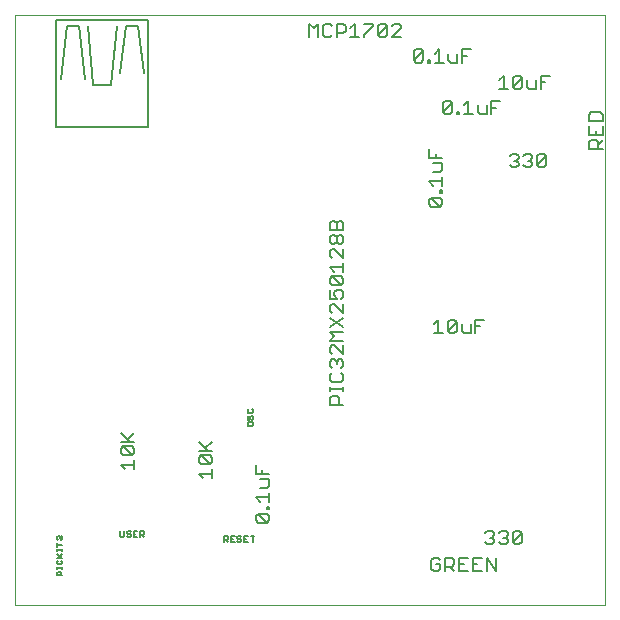
<source format=gbo>
G75*
%MOIN*%
%OFA0B0*%
%FSLAX25Y25*%
%IPPOS*%
%LPD*%
%AMOC8*
5,1,8,0,0,1.08239X$1,22.5*
%
%ADD10C,0.00000*%
%ADD11C,0.00500*%
D10*
X0005060Y0002431D02*
X0005060Y0199281D01*
X0201910Y0199281D01*
X0201910Y0002431D01*
X0005060Y0002431D01*
D11*
X0019041Y0012386D02*
X0019041Y0013337D01*
X0019358Y0013654D01*
X0019991Y0013654D01*
X0020308Y0013337D01*
X0020308Y0012386D01*
X0020942Y0012386D02*
X0019041Y0012386D01*
X0019041Y0014596D02*
X0019041Y0015230D01*
X0019041Y0014913D02*
X0020942Y0014913D01*
X0020942Y0014596D02*
X0020942Y0015230D01*
X0020625Y0016069D02*
X0020942Y0016386D01*
X0020942Y0017020D01*
X0020625Y0017337D01*
X0020308Y0018279D02*
X0019041Y0019547D01*
X0019041Y0020489D02*
X0019041Y0021123D01*
X0019041Y0020806D02*
X0020942Y0020806D01*
X0020942Y0020489D02*
X0020942Y0021123D01*
X0020942Y0022596D02*
X0019041Y0022596D01*
X0019041Y0021962D02*
X0019041Y0023230D01*
X0019358Y0024172D02*
X0019041Y0024489D01*
X0019041Y0025123D01*
X0019358Y0025440D01*
X0019675Y0025440D01*
X0019991Y0025123D01*
X0020308Y0025440D01*
X0020625Y0025440D01*
X0020942Y0025123D01*
X0020942Y0024489D01*
X0020625Y0024172D01*
X0019991Y0024806D02*
X0019991Y0025123D01*
X0020942Y0019547D02*
X0019991Y0018596D01*
X0019041Y0018279D02*
X0020942Y0018279D01*
X0019358Y0017337D02*
X0019041Y0017020D01*
X0019041Y0016386D01*
X0019358Y0016069D01*
X0020625Y0016069D01*
X0040231Y0025510D02*
X0040548Y0025193D01*
X0041182Y0025193D01*
X0041499Y0025510D01*
X0041499Y0027095D01*
X0042441Y0026778D02*
X0042441Y0026461D01*
X0042758Y0026144D01*
X0043392Y0026144D01*
X0043709Y0025827D01*
X0043709Y0025510D01*
X0043392Y0025193D01*
X0042758Y0025193D01*
X0042441Y0025510D01*
X0042441Y0026778D02*
X0042758Y0027095D01*
X0043392Y0027095D01*
X0043709Y0026778D01*
X0044651Y0027095D02*
X0044651Y0025193D01*
X0045919Y0025193D01*
X0046861Y0025193D02*
X0046861Y0027095D01*
X0047812Y0027095D01*
X0048129Y0026778D01*
X0048129Y0026144D01*
X0047812Y0025827D01*
X0046861Y0025827D01*
X0047495Y0025827D02*
X0048129Y0025193D01*
X0045919Y0027095D02*
X0044651Y0027095D01*
X0044651Y0026144D02*
X0045285Y0026144D01*
X0040231Y0025510D02*
X0040231Y0027095D01*
X0041906Y0047797D02*
X0040405Y0049298D01*
X0044908Y0049298D01*
X0044908Y0047797D02*
X0044908Y0050799D01*
X0044158Y0052401D02*
X0044908Y0053151D01*
X0044908Y0054653D01*
X0044158Y0055403D01*
X0041155Y0055403D01*
X0044158Y0052401D01*
X0041155Y0052401D01*
X0040405Y0053151D01*
X0040405Y0054653D01*
X0041155Y0055403D01*
X0040405Y0057005D02*
X0044908Y0057005D01*
X0043407Y0057005D02*
X0040405Y0060007D01*
X0042656Y0057755D02*
X0044908Y0060007D01*
X0066383Y0056970D02*
X0069385Y0053968D01*
X0068634Y0054718D02*
X0070886Y0056970D01*
X0070886Y0053968D02*
X0066383Y0053968D01*
X0067133Y0052366D02*
X0070136Y0049364D01*
X0070886Y0050114D01*
X0070886Y0051616D01*
X0070136Y0052366D01*
X0067133Y0052366D01*
X0066383Y0051616D01*
X0066383Y0050114D01*
X0067133Y0049364D01*
X0070136Y0049364D01*
X0070886Y0047762D02*
X0070886Y0044760D01*
X0070886Y0046261D02*
X0066383Y0046261D01*
X0067884Y0044760D01*
X0085364Y0046048D02*
X0085364Y0049051D01*
X0087616Y0047549D02*
X0087616Y0046048D01*
X0086865Y0044447D02*
X0089867Y0044447D01*
X0089867Y0042195D01*
X0089117Y0041444D01*
X0086865Y0041444D01*
X0089867Y0039843D02*
X0089867Y0036840D01*
X0089867Y0038341D02*
X0085364Y0038341D01*
X0086865Y0036840D01*
X0089117Y0035289D02*
X0089867Y0035289D01*
X0089867Y0034538D01*
X0089117Y0034538D01*
X0089117Y0035289D01*
X0089117Y0032937D02*
X0086114Y0032937D01*
X0089117Y0029934D01*
X0089867Y0030685D01*
X0089867Y0032186D01*
X0089117Y0032937D01*
X0086114Y0032937D02*
X0085364Y0032186D01*
X0085364Y0030685D01*
X0086114Y0029934D01*
X0089117Y0029934D01*
X0084945Y0025402D02*
X0083677Y0025402D01*
X0084311Y0025402D02*
X0084311Y0023500D01*
X0082735Y0023500D02*
X0081467Y0023500D01*
X0081467Y0025402D01*
X0082735Y0025402D01*
X0082101Y0024451D02*
X0081467Y0024451D01*
X0080525Y0024134D02*
X0080208Y0024451D01*
X0079574Y0024451D01*
X0079257Y0024768D01*
X0079257Y0025085D01*
X0079574Y0025402D01*
X0080208Y0025402D01*
X0080525Y0025085D01*
X0080525Y0024134D02*
X0080525Y0023817D01*
X0080208Y0023500D01*
X0079574Y0023500D01*
X0079257Y0023817D01*
X0078315Y0023500D02*
X0077047Y0023500D01*
X0077047Y0025402D01*
X0078315Y0025402D01*
X0077681Y0024451D02*
X0077047Y0024451D01*
X0076105Y0024451D02*
X0075788Y0024134D01*
X0074838Y0024134D01*
X0075471Y0024134D02*
X0076105Y0023500D01*
X0076105Y0024451D02*
X0076105Y0025085D01*
X0075788Y0025402D01*
X0074838Y0025402D01*
X0074838Y0023500D01*
X0085364Y0046048D02*
X0089867Y0046048D01*
X0084225Y0062130D02*
X0082958Y0062130D01*
X0082641Y0062447D01*
X0082641Y0063081D01*
X0082958Y0063398D01*
X0084225Y0063398D01*
X0084542Y0063081D01*
X0084542Y0062447D01*
X0084225Y0062130D01*
X0084225Y0064340D02*
X0084542Y0064657D01*
X0084542Y0065291D01*
X0084225Y0065608D01*
X0083908Y0065608D01*
X0083591Y0065291D01*
X0083591Y0064657D01*
X0083275Y0064340D01*
X0082958Y0064340D01*
X0082641Y0064657D01*
X0082641Y0065291D01*
X0082958Y0065608D01*
X0082958Y0066550D02*
X0084225Y0066550D01*
X0084542Y0066867D01*
X0084542Y0067500D01*
X0084225Y0067817D01*
X0082958Y0067817D02*
X0082641Y0067500D01*
X0082641Y0066867D01*
X0082958Y0066550D01*
X0110090Y0069127D02*
X0110090Y0071379D01*
X0110840Y0072129D01*
X0112342Y0072129D01*
X0113092Y0071379D01*
X0113092Y0069127D01*
X0114593Y0069127D02*
X0110090Y0069127D01*
X0110090Y0073731D02*
X0110090Y0075232D01*
X0110090Y0074481D02*
X0114593Y0074481D01*
X0114593Y0073731D02*
X0114593Y0075232D01*
X0113843Y0076800D02*
X0114593Y0077551D01*
X0114593Y0079052D01*
X0113843Y0079803D01*
X0113843Y0081404D02*
X0114593Y0082155D01*
X0114593Y0083656D01*
X0113843Y0084406D01*
X0113092Y0084406D01*
X0112342Y0083656D01*
X0112342Y0082905D01*
X0112342Y0083656D02*
X0111591Y0084406D01*
X0110840Y0084406D01*
X0110090Y0083656D01*
X0110090Y0082155D01*
X0110840Y0081404D01*
X0110840Y0079803D02*
X0110090Y0079052D01*
X0110090Y0077551D01*
X0110840Y0076800D01*
X0113843Y0076800D01*
X0114593Y0086008D02*
X0111591Y0089010D01*
X0110840Y0089010D01*
X0110090Y0088260D01*
X0110090Y0086759D01*
X0110840Y0086008D01*
X0114593Y0086008D02*
X0114593Y0089010D01*
X0114593Y0090612D02*
X0110090Y0090612D01*
X0111591Y0092113D01*
X0110090Y0093614D01*
X0114593Y0093614D01*
X0114593Y0095216D02*
X0110090Y0098218D01*
X0110840Y0099820D02*
X0110090Y0100570D01*
X0110090Y0102072D01*
X0110840Y0102822D01*
X0111591Y0102822D01*
X0114593Y0099820D01*
X0114593Y0102822D01*
X0113843Y0104424D02*
X0114593Y0105174D01*
X0114593Y0106675D01*
X0113843Y0107426D01*
X0112342Y0107426D01*
X0111591Y0106675D01*
X0111591Y0105925D01*
X0112342Y0104424D01*
X0110090Y0104424D01*
X0110090Y0107426D01*
X0110840Y0109027D02*
X0110090Y0109778D01*
X0110090Y0111279D01*
X0110840Y0112030D01*
X0113843Y0109027D01*
X0114593Y0109778D01*
X0114593Y0111279D01*
X0113843Y0112030D01*
X0110840Y0112030D01*
X0111591Y0113631D02*
X0110090Y0115133D01*
X0114593Y0115133D01*
X0114593Y0116634D02*
X0114593Y0113631D01*
X0114593Y0118235D02*
X0111591Y0121238D01*
X0110840Y0121238D01*
X0110090Y0120487D01*
X0110090Y0118986D01*
X0110840Y0118235D01*
X0114593Y0118235D02*
X0114593Y0121238D01*
X0113843Y0122839D02*
X0114593Y0123590D01*
X0114593Y0125091D01*
X0113843Y0125842D01*
X0113092Y0125842D01*
X0112342Y0125091D01*
X0112342Y0123590D01*
X0111591Y0122839D01*
X0110840Y0122839D01*
X0110090Y0123590D01*
X0110090Y0125091D01*
X0110840Y0125842D01*
X0111591Y0125842D01*
X0112342Y0125091D01*
X0112342Y0123590D02*
X0113092Y0122839D01*
X0113843Y0122839D01*
X0114593Y0127443D02*
X0110090Y0127443D01*
X0110090Y0129695D01*
X0110840Y0130446D01*
X0111591Y0130446D01*
X0112342Y0129695D01*
X0112342Y0127443D01*
X0114593Y0127443D02*
X0114593Y0129695D01*
X0113843Y0130446D01*
X0113092Y0130446D01*
X0112342Y0129695D01*
X0113843Y0109027D02*
X0110840Y0109027D01*
X0114593Y0098218D02*
X0110090Y0095216D01*
X0144767Y0096114D02*
X0146269Y0097615D01*
X0146269Y0093111D01*
X0147770Y0093111D02*
X0144767Y0093111D01*
X0149371Y0093862D02*
X0152374Y0096864D01*
X0152374Y0093862D01*
X0151623Y0093111D01*
X0150122Y0093111D01*
X0149371Y0093862D01*
X0149371Y0096864D01*
X0150122Y0097615D01*
X0151623Y0097615D01*
X0152374Y0096864D01*
X0153975Y0096114D02*
X0153975Y0093862D01*
X0154726Y0093111D01*
X0156978Y0093111D01*
X0156978Y0096114D01*
X0158579Y0095363D02*
X0160081Y0095363D01*
X0158579Y0097615D02*
X0161582Y0097615D01*
X0158579Y0097615D02*
X0158579Y0093111D01*
X0146839Y0135333D02*
X0143836Y0135333D01*
X0143086Y0136084D01*
X0143086Y0137585D01*
X0143836Y0138336D01*
X0146839Y0135333D01*
X0147590Y0136084D01*
X0147590Y0137585D01*
X0146839Y0138336D01*
X0143836Y0138336D01*
X0146839Y0139937D02*
X0146839Y0140688D01*
X0147590Y0140688D01*
X0147590Y0139937D01*
X0146839Y0139937D01*
X0147590Y0142239D02*
X0147590Y0145242D01*
X0147590Y0143741D02*
X0143086Y0143741D01*
X0144587Y0142239D01*
X0144587Y0146843D02*
X0146839Y0146843D01*
X0147590Y0147594D01*
X0147590Y0149846D01*
X0144587Y0149846D01*
X0145338Y0151447D02*
X0145338Y0152948D01*
X0147590Y0151447D02*
X0143086Y0151447D01*
X0143086Y0154450D01*
X0148596Y0166051D02*
X0147845Y0166802D01*
X0150848Y0169804D01*
X0150848Y0166802D01*
X0150097Y0166051D01*
X0148596Y0166051D01*
X0147845Y0166802D02*
X0147845Y0169804D01*
X0148596Y0170555D01*
X0150097Y0170555D01*
X0150848Y0169804D01*
X0152449Y0166802D02*
X0153200Y0166802D01*
X0153200Y0166051D01*
X0152449Y0166051D01*
X0152449Y0166802D01*
X0154751Y0166051D02*
X0157754Y0166051D01*
X0156253Y0166051D02*
X0156253Y0170555D01*
X0154751Y0169054D01*
X0159355Y0169054D02*
X0159355Y0166802D01*
X0160106Y0166051D01*
X0162358Y0166051D01*
X0162358Y0169054D01*
X0163959Y0168303D02*
X0165460Y0168303D01*
X0163959Y0166051D02*
X0163959Y0170555D01*
X0166962Y0170555D01*
X0166523Y0174488D02*
X0169525Y0174488D01*
X0168024Y0174488D02*
X0168024Y0178992D01*
X0166523Y0177491D01*
X0171127Y0178241D02*
X0171127Y0175239D01*
X0174129Y0178241D01*
X0174129Y0175239D01*
X0173378Y0174488D01*
X0171877Y0174488D01*
X0171127Y0175239D01*
X0171127Y0178241D02*
X0171877Y0178992D01*
X0173378Y0178992D01*
X0174129Y0178241D01*
X0175730Y0177491D02*
X0175730Y0175239D01*
X0176481Y0174488D01*
X0178733Y0174488D01*
X0178733Y0177491D01*
X0180334Y0176740D02*
X0181836Y0176740D01*
X0180334Y0178992D02*
X0183337Y0178992D01*
X0180334Y0178992D02*
X0180334Y0174488D01*
X0196467Y0165933D02*
X0196467Y0163681D01*
X0200971Y0163681D01*
X0200971Y0165933D01*
X0200220Y0166684D01*
X0197217Y0166684D01*
X0196467Y0165933D01*
X0196467Y0162080D02*
X0196467Y0159077D01*
X0200971Y0159077D01*
X0200971Y0162080D01*
X0198719Y0160578D02*
X0198719Y0159077D01*
X0198719Y0157476D02*
X0197217Y0157476D01*
X0196467Y0156725D01*
X0196467Y0154473D01*
X0200971Y0154473D01*
X0199469Y0154473D02*
X0199469Y0156725D01*
X0198719Y0157476D01*
X0199469Y0155975D02*
X0200971Y0157476D01*
X0182203Y0152123D02*
X0182203Y0149121D01*
X0181452Y0148370D01*
X0179951Y0148370D01*
X0179201Y0149121D01*
X0182203Y0152123D01*
X0181452Y0152874D01*
X0179951Y0152874D01*
X0179201Y0152123D01*
X0179201Y0149121D01*
X0177599Y0149121D02*
X0176849Y0148370D01*
X0175347Y0148370D01*
X0174597Y0149121D01*
X0172995Y0149121D02*
X0172995Y0149871D01*
X0172245Y0150622D01*
X0171494Y0150622D01*
X0172245Y0150622D02*
X0172995Y0151373D01*
X0172995Y0152123D01*
X0172245Y0152874D01*
X0170743Y0152874D01*
X0169993Y0152123D01*
X0169993Y0149121D02*
X0170743Y0148370D01*
X0172245Y0148370D01*
X0172995Y0149121D01*
X0174597Y0152123D02*
X0175347Y0152874D01*
X0176849Y0152874D01*
X0177599Y0152123D01*
X0177599Y0151373D01*
X0176849Y0150622D01*
X0177599Y0149871D01*
X0177599Y0149121D01*
X0176849Y0150622D02*
X0176098Y0150622D01*
X0154195Y0183295D02*
X0154195Y0187799D01*
X0157198Y0187799D01*
X0155697Y0185547D02*
X0154195Y0185547D01*
X0152594Y0186298D02*
X0152594Y0183295D01*
X0150342Y0183295D01*
X0149591Y0184046D01*
X0149591Y0186298D01*
X0147990Y0183295D02*
X0144988Y0183295D01*
X0146489Y0183295D02*
X0146489Y0187799D01*
X0144988Y0186298D01*
X0143436Y0184046D02*
X0143436Y0183295D01*
X0142686Y0183295D01*
X0142686Y0184046D01*
X0143436Y0184046D01*
X0141084Y0184046D02*
X0141084Y0187048D01*
X0138082Y0184046D01*
X0138832Y0183295D01*
X0140334Y0183295D01*
X0141084Y0184046D01*
X0141084Y0187048D02*
X0140334Y0187799D01*
X0138832Y0187799D01*
X0138082Y0187048D01*
X0138082Y0184046D01*
X0133775Y0191736D02*
X0130772Y0191736D01*
X0133775Y0194739D01*
X0133775Y0195489D01*
X0133024Y0196240D01*
X0131523Y0196240D01*
X0130772Y0195489D01*
X0129171Y0195489D02*
X0129171Y0192487D01*
X0128420Y0191736D01*
X0126919Y0191736D01*
X0126168Y0192487D01*
X0129171Y0195489D01*
X0128420Y0196240D01*
X0126919Y0196240D01*
X0126168Y0195489D01*
X0126168Y0192487D01*
X0124567Y0195489D02*
X0121564Y0192487D01*
X0121564Y0191736D01*
X0119963Y0191736D02*
X0116960Y0191736D01*
X0118462Y0191736D02*
X0118462Y0196240D01*
X0116960Y0194739D01*
X0115359Y0195489D02*
X0114608Y0196240D01*
X0112356Y0196240D01*
X0112356Y0191736D01*
X0112356Y0193237D02*
X0114608Y0193237D01*
X0115359Y0193988D01*
X0115359Y0195489D01*
X0110755Y0195489D02*
X0110004Y0196240D01*
X0108503Y0196240D01*
X0107752Y0195489D01*
X0107752Y0192487D01*
X0108503Y0191736D01*
X0110004Y0191736D01*
X0110755Y0192487D01*
X0106151Y0191736D02*
X0106151Y0196240D01*
X0104650Y0194739D01*
X0103149Y0196240D01*
X0103149Y0191736D01*
X0121564Y0196240D02*
X0124567Y0196240D01*
X0124567Y0195489D01*
X0049588Y0197431D02*
X0049588Y0161998D01*
X0018879Y0161998D01*
X0018879Y0197431D01*
X0049588Y0197431D01*
X0046044Y0195463D02*
X0042107Y0195463D01*
X0040139Y0179715D01*
X0037186Y0175778D02*
X0031280Y0175778D01*
X0029312Y0195463D01*
X0026359Y0195463D02*
X0028328Y0177746D01*
X0020454Y0177746D02*
X0022422Y0195463D01*
X0026359Y0195463D01*
X0039154Y0195463D02*
X0037186Y0175778D01*
X0048013Y0179715D02*
X0046044Y0195463D01*
X0162555Y0027257D02*
X0164056Y0027257D01*
X0164807Y0026506D01*
X0164807Y0025755D01*
X0164056Y0025005D01*
X0164807Y0024254D01*
X0164807Y0023503D01*
X0164056Y0022753D01*
X0162555Y0022753D01*
X0161804Y0023503D01*
X0163306Y0025005D02*
X0164056Y0025005D01*
X0161804Y0026506D02*
X0162555Y0027257D01*
X0166408Y0026506D02*
X0167159Y0027257D01*
X0168660Y0027257D01*
X0169411Y0026506D01*
X0169411Y0025755D01*
X0168660Y0025005D01*
X0169411Y0024254D01*
X0169411Y0023503D01*
X0168660Y0022753D01*
X0167159Y0022753D01*
X0166408Y0023503D01*
X0167910Y0025005D02*
X0168660Y0025005D01*
X0171012Y0023503D02*
X0171012Y0026506D01*
X0171763Y0027257D01*
X0173264Y0027257D01*
X0174015Y0026506D01*
X0171012Y0023503D01*
X0171763Y0022753D01*
X0173264Y0022753D01*
X0174015Y0023503D01*
X0174015Y0026506D01*
X0165375Y0018320D02*
X0165375Y0013816D01*
X0162372Y0018320D01*
X0162372Y0013816D01*
X0160771Y0013816D02*
X0157768Y0013816D01*
X0157768Y0018320D01*
X0160771Y0018320D01*
X0159270Y0016068D02*
X0157768Y0016068D01*
X0156167Y0013816D02*
X0153164Y0013816D01*
X0153164Y0018320D01*
X0156167Y0018320D01*
X0154666Y0016068D02*
X0153164Y0016068D01*
X0151563Y0016068D02*
X0151563Y0017569D01*
X0150812Y0018320D01*
X0148560Y0018320D01*
X0148560Y0013816D01*
X0148560Y0015317D02*
X0150812Y0015317D01*
X0151563Y0016068D01*
X0150062Y0015317D02*
X0151563Y0013816D01*
X0146959Y0014566D02*
X0146959Y0016068D01*
X0145458Y0016068D01*
X0146959Y0017569D02*
X0146208Y0018320D01*
X0144707Y0018320D01*
X0143956Y0017569D01*
X0143956Y0014566D01*
X0144707Y0013816D01*
X0146208Y0013816D01*
X0146959Y0014566D01*
M02*

</source>
